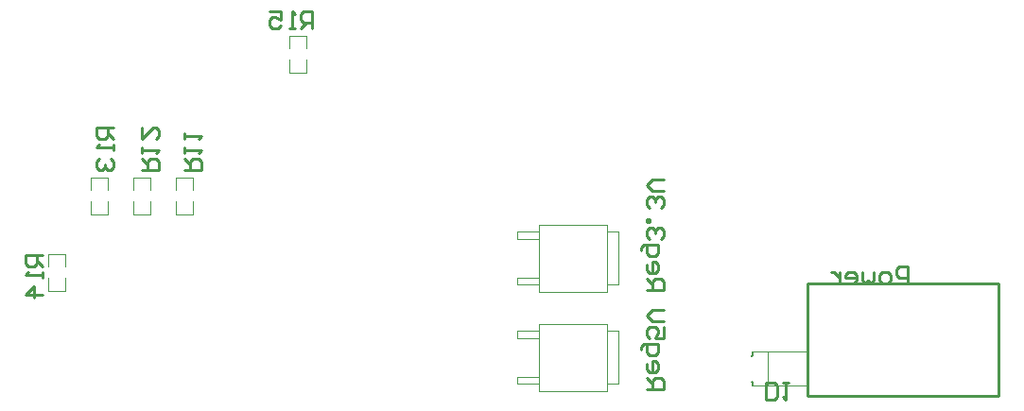
<source format=gbo>
G04 Layer_Color=32896*
%FSLAX24Y24*%
%MOIN*%
G70*
G01*
G75*
%ADD29C,0.0050*%
%ADD30C,0.0100*%
%ADD33C,0.0020*%
%ADD35C,0.0039*%
G54D29*
X27983Y1967D02*
Y2091D01*
Y1967D02*
X28000Y1950D01*
X27983Y909D02*
Y1033D01*
X28000Y1050D01*
X26015Y1965D02*
Y2091D01*
X26000Y1950D02*
X26015Y1965D01*
Y909D02*
Y1035D01*
X26000Y1050D02*
X26015Y1035D01*
G54D30*
X27950Y531D02*
Y4500D01*
X34697D01*
Y531D02*
Y4500D01*
X27950Y531D02*
X34697D01*
X26500Y400D02*
Y1000D01*
X26800D01*
X26900Y900D01*
Y500D01*
X26800Y400D01*
X26500D01*
X27100Y1000D02*
X27300D01*
X27200D01*
Y400D01*
X27100Y500D01*
X31500Y4500D02*
Y5100D01*
X31200D01*
X31100Y5000D01*
Y4800D01*
X31200Y4700D01*
X31500D01*
X30800Y4500D02*
X30600D01*
X30500Y4600D01*
Y4800D01*
X30600Y4900D01*
X30800D01*
X30900Y4800D01*
Y4600D01*
X30800Y4500D01*
X30300Y4900D02*
Y4600D01*
X30200Y4500D01*
X30100Y4600D01*
X30000Y4500D01*
X29901Y4600D01*
Y4900D01*
X29401Y4500D02*
X29601D01*
X29701Y4600D01*
Y4800D01*
X29601Y4900D01*
X29401D01*
X29301Y4800D01*
Y4700D01*
X29701D01*
X29101Y4900D02*
Y4500D01*
Y4700D01*
X29001Y4800D01*
X28901Y4900D01*
X28801D01*
X22295Y4265D02*
X22895D01*
Y4565D01*
X22795Y4665D01*
X22595D01*
X22495Y4565D01*
Y4265D01*
Y4465D02*
X22295Y4665D01*
Y5165D02*
Y4965D01*
X22395Y4865D01*
X22595D01*
X22695Y4965D01*
Y5165D01*
X22595Y5265D01*
X22495D01*
Y4865D01*
X22095Y5665D02*
Y5765D01*
X22195Y5864D01*
X22695D01*
Y5565D01*
X22595Y5465D01*
X22395D01*
X22295Y5565D01*
Y5864D01*
X22795Y6064D02*
X22895Y6164D01*
Y6364D01*
X22795Y6464D01*
X22695D01*
X22595Y6364D01*
Y6264D01*
Y6364D01*
X22495Y6464D01*
X22395D01*
X22295Y6364D01*
Y6164D01*
X22395Y6064D01*
X22295Y6664D02*
X22395D01*
Y6764D01*
X22295D01*
Y6664D01*
X22795Y7164D02*
X22895Y7264D01*
Y7464D01*
X22795Y7564D01*
X22695D01*
X22595Y7464D01*
Y7364D01*
Y7464D01*
X22495Y7564D01*
X22395D01*
X22295Y7464D01*
Y7264D01*
X22395Y7164D01*
X22895Y7764D02*
X22495D01*
X22295Y7964D01*
X22495Y8164D01*
X22895D01*
X22295Y765D02*
X22895D01*
Y1065D01*
X22795Y1165D01*
X22595D01*
X22495Y1065D01*
Y765D01*
Y965D02*
X22295Y1165D01*
Y1665D02*
Y1465D01*
X22395Y1365D01*
X22595D01*
X22695Y1465D01*
Y1665D01*
X22595Y1765D01*
X22495D01*
Y1365D01*
X22095Y2165D02*
Y2265D01*
X22195Y2364D01*
X22695D01*
Y2065D01*
X22595Y1965D01*
X22395D01*
X22295Y2065D01*
Y2364D01*
X22895Y2964D02*
Y2564D01*
X22595D01*
X22695Y2764D01*
Y2864D01*
X22595Y2964D01*
X22395D01*
X22295Y2864D01*
Y2664D01*
X22395Y2564D01*
X22895Y3164D02*
X22495D01*
X22295Y3364D01*
X22495Y3564D01*
X22895D01*
X6000Y8500D02*
X6600D01*
Y8800D01*
X6500Y8900D01*
X6300D01*
X6200Y8800D01*
Y8500D01*
Y8700D02*
X6000Y8900D01*
Y9100D02*
Y9300D01*
Y9200D01*
X6600D01*
X6500Y9100D01*
X6000Y9600D02*
Y9800D01*
Y9700D01*
X6600D01*
X6500Y9600D01*
X4500Y8500D02*
X5100D01*
Y8800D01*
X5000Y8900D01*
X4800D01*
X4700Y8800D01*
Y8500D01*
Y8700D02*
X4500Y8900D01*
Y9100D02*
Y9300D01*
Y9200D01*
X5100D01*
X5000Y9100D01*
X4500Y10000D02*
Y9600D01*
X4900Y10000D01*
X5000D01*
X5100Y9900D01*
Y9700D01*
X5000Y9600D01*
X3500Y10000D02*
X2900D01*
Y9700D01*
X3000Y9600D01*
X3200D01*
X3300Y9700D01*
Y10000D01*
Y9800D02*
X3500Y9600D01*
Y9400D02*
Y9200D01*
Y9300D01*
X2900D01*
X3000Y9400D01*
Y8900D02*
X2900Y8800D01*
Y8600D01*
X3000Y8500D01*
X3100D01*
X3200Y8600D01*
Y8700D01*
Y8600D01*
X3300Y8500D01*
X3400D01*
X3500Y8600D01*
Y8800D01*
X3400Y8900D01*
X1000Y5500D02*
X400D01*
Y5200D01*
X500Y5100D01*
X700D01*
X800Y5200D01*
Y5500D01*
Y5300D02*
X1000Y5100D01*
Y4900D02*
Y4700D01*
Y4800D01*
X400D01*
X500Y4900D01*
X1000Y4100D02*
X400D01*
X700Y4400D01*
Y4000D01*
X10500Y13500D02*
Y14100D01*
X10200D01*
X10100Y14000D01*
Y13800D01*
X10200Y13700D01*
X10500D01*
X10300D02*
X10100Y13500D01*
X9900D02*
X9700D01*
X9800D01*
Y14100D01*
X9900Y14000D01*
X9000Y14100D02*
X9400D01*
Y13800D01*
X9200Y13900D01*
X9100D01*
X9000Y13800D01*
Y13600D01*
X9100Y13500D01*
X9300D01*
X9400Y13600D01*
G54D33*
X1200Y4250D02*
Y4700D01*
X1800Y5100D02*
Y5550D01*
X1200D02*
X1800D01*
X1200Y5100D02*
Y5550D01*
Y4250D02*
X1800D01*
Y4700D01*
X3300Y7800D02*
Y8250D01*
X2700Y6950D02*
Y7400D01*
Y6950D02*
X3300D01*
Y7400D01*
X2700Y8250D02*
X3300D01*
X2700Y7800D02*
Y8250D01*
X4800Y7800D02*
Y8250D01*
X4200Y6950D02*
Y7400D01*
Y6950D02*
X4800D01*
Y7400D01*
X4200Y8250D02*
X4800D01*
X4200Y7800D02*
Y8250D01*
X6300Y7800D02*
Y8250D01*
X5700Y6950D02*
Y7400D01*
Y6950D02*
X6300D01*
Y7400D01*
X5700Y8250D02*
X6300D01*
X5700Y7800D02*
Y8250D01*
X10300Y12800D02*
Y13250D01*
X9700Y11950D02*
Y12400D01*
Y11950D02*
X10300D01*
Y12400D01*
X9700Y13250D02*
X10300D01*
X9700Y12800D02*
Y13250D01*
G54D35*
X17717Y6075D02*
Y6331D01*
X18504D01*
X17717Y6075D02*
X18504D01*
X17717Y4461D02*
Y4717D01*
X18504D01*
X17717Y4461D02*
X18504D01*
X20906Y4205D02*
Y6567D01*
X18504D02*
X20906D01*
X18504Y4205D02*
Y6567D01*
Y4205D02*
X20906D01*
Y4461D02*
X21299D01*
Y6332D01*
X20906D02*
X21299D01*
X26548Y909D02*
Y2091D01*
X26558Y949D02*
Y2091D01*
X26015Y909D02*
X27983D01*
X26015Y2091D02*
X27983D01*
X17717Y2575D02*
Y2831D01*
X18504D01*
X17717Y2575D02*
X18504D01*
X17717Y961D02*
Y1217D01*
X18504D01*
X17717Y961D02*
X18504D01*
X20906Y705D02*
Y3067D01*
X18504D02*
X20906D01*
X18504Y705D02*
Y3067D01*
Y705D02*
X20906D01*
Y961D02*
X21299D01*
Y2832D01*
X20906D02*
X21299D01*
M02*

</source>
